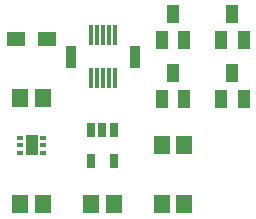
<source format=gbs>
G04 EAGLE Gerber RS-274X export*
G75*
%MOMM*%
%FSLAX34Y34*%
%LPD*%
%INBottom Solder Mask*%
%IPPOS*%
%AMOC8*
5,1,8,0,0,1.08239X$1,22.5*%
G01*
%ADD10R,1.401600X1.601600*%
%ADD11R,1.101600X1.501600*%
%ADD12R,0.701600X1.201600*%
%ADD13R,0.400000X1.700000*%
%ADD14R,0.901600X1.901600*%
%ADD15R,1.601600X1.301600*%
%ADD16R,0.551600X0.401600*%
%ADD17R,1.101600X1.701600*%


D10*
X209500Y30000D03*
X190500Y30000D03*
D11*
X260000Y191000D03*
X250500Y169000D03*
X269500Y169000D03*
X310000Y191000D03*
X300500Y169000D03*
X319500Y169000D03*
X310000Y141000D03*
X300500Y119000D03*
X319500Y119000D03*
X260000Y141000D03*
X250500Y119000D03*
X269500Y119000D03*
D10*
X250500Y30000D03*
X269500Y30000D03*
X269500Y80000D03*
X250500Y80000D03*
D12*
X190500Y93000D03*
X200000Y93000D03*
X209500Y93000D03*
X209500Y67000D03*
X190500Y67000D03*
D13*
X200320Y173000D03*
X200320Y137000D03*
X195320Y173000D03*
X190320Y173000D03*
X205320Y173000D03*
X210320Y173000D03*
X195320Y137000D03*
X190320Y137000D03*
X205320Y137000D03*
X210320Y137000D03*
D14*
X227320Y155000D03*
X173320Y155000D03*
D10*
X130500Y120000D03*
X149500Y120000D03*
X149500Y30000D03*
X130500Y30000D03*
D15*
X153500Y170000D03*
X126500Y170000D03*
D16*
X149750Y86500D03*
X149750Y80000D03*
X149750Y73500D03*
X130250Y73500D03*
X130250Y80000D03*
X130250Y86500D03*
D17*
X140000Y80000D03*
M02*

</source>
